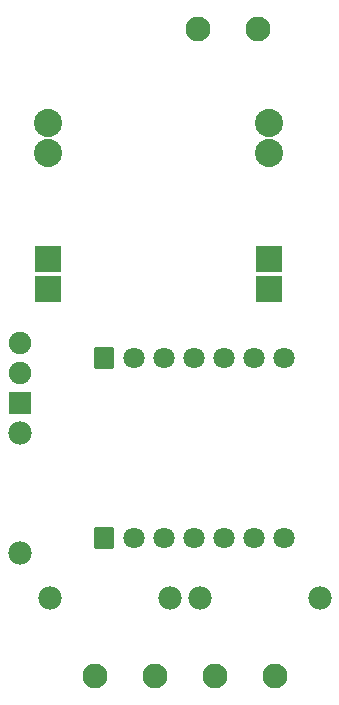
<source format=gbs>
G04 Layer: BottomSolderMaskLayer*
G04 EasyEDA Pro v2.2.40.8, 2025-09-14 15:16:37*
G04 Gerber Generator version 0.3*
G04 Scale: 100 percent, Rotated: No, Reflected: No*
G04 Dimensions in millimeters*
G04 Leading zeros omitted, absolute positions, 4 integers and 5 decimals*
G04 Generated by one-click*
%FSLAX45Y45*%
%MOMM*%
%AMRoundRect*1,1,$1,$2,$3*1,1,$1,$4,$5*1,1,$1,0-$2,0-$3*1,1,$1,0-$4,0-$5*20,1,$1,$2,$3,$4,$5,0*20,1,$1,$4,$5,0-$2,0-$3,0*20,1,$1,0-$2,0-$3,0-$4,0-$5,0*20,1,$1,0-$4,0-$5,$2,$3,0*4,1,4,$2,$3,$4,$5,0-$2,0-$3,0-$4,0-$5,$2,$3,0*%
%ADD10C,2.1016*%
%ADD11C,1.9016*%
%ADD12RoundRect,0.09645X-0.90257X0.90257X0.90257X0.90257*%
%ADD13C,1.9812*%
%ADD14RoundRect,0.09723X-1.08168X-1.08168X-1.08168X1.08168*%
%ADD15C,2.3876*%
%ADD16C,1.8016*%
%ADD17RoundRect,0.1086X-0.7903X0.8529X0.7903X0.8529*%
%ADD18RoundRect,0.09579X-0.7903X0.8529X0.7903X0.8529*%
G75*


G04 Pad Start*
G54D10*
G01X2400300Y-647700D03*
G01X1892300Y-647700D03*
G54D11*
G01X381000Y-3302000D03*
G01X381000Y-3556000D03*
G54D12*
G01X381000Y-3810000D03*
G54D13*
G01X1651000Y-5461000D03*
G01X635000Y-5461000D03*
G01X381000Y-4064000D03*
G01X381000Y-5080000D03*
G01X2921000Y-5461000D03*
G01X1905000Y-5461000D03*
G54D14*
G01X622300Y-2844800D03*
G01X622300Y-2590800D03*
G01X2492299Y-2844800D03*
G01X2492299Y-2590800D03*
G54D15*
G01X622300Y-1693672D03*
G01X622300Y-1439799D03*
G01X2492299Y-1693672D03*
G01X2492299Y-1439799D03*
G54D10*
G01X1016000Y-6121400D03*
G01X1524000Y-6121400D03*
G01X2032000Y-6121400D03*
G01X2540000Y-6121400D03*
G54D16*
G01X2616200Y-3429000D03*
G01X2362200Y-3429000D03*
G01X2108200Y-3429000D03*
G01X1854200Y-3429000D03*
G01X1600200Y-3429000D03*
G01X1346200Y-3429000D03*
G54D18*
G01X1092200Y-3429000D03*
G54D16*
G01X2616200Y-4953000D03*
G01X2362200Y-4953000D03*
G01X2108200Y-4953000D03*
G01X1854200Y-4953000D03*
G01X1600200Y-4953000D03*
G01X1346200Y-4953000D03*
G54D18*
G01X1092200Y-4953000D03*
G04 Pad End*

M02*


</source>
